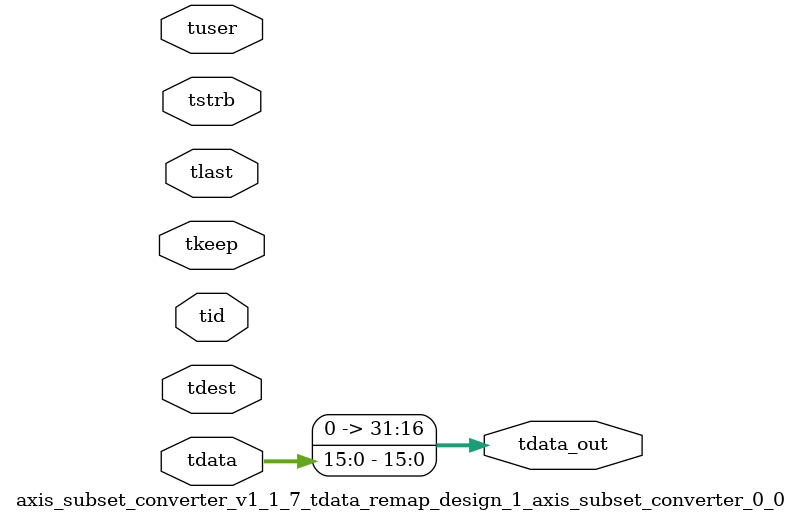
<source format=v>


`timescale 1ps/1ps

module axis_subset_converter_v1_1_7_tdata_remap_design_1_axis_subset_converter_0_0 #
(
parameter C_S_AXIS_TDATA_WIDTH = 32,
parameter C_S_AXIS_TUSER_WIDTH = 0,
parameter C_S_AXIS_TID_WIDTH   = 0,
parameter C_S_AXIS_TDEST_WIDTH = 0,
parameter C_M_AXIS_TDATA_WIDTH = 32
)
(
input  [(C_S_AXIS_TDATA_WIDTH == 0 ? 1 : C_S_AXIS_TDATA_WIDTH)-1:0     ] tdata,
input  [(C_S_AXIS_TUSER_WIDTH == 0 ? 1 : C_S_AXIS_TUSER_WIDTH)-1:0     ] tuser,
input  [(C_S_AXIS_TID_WIDTH   == 0 ? 1 : C_S_AXIS_TID_WIDTH)-1:0       ] tid,
input  [(C_S_AXIS_TDEST_WIDTH == 0 ? 1 : C_S_AXIS_TDEST_WIDTH)-1:0     ] tdest,
input  [(C_S_AXIS_TDATA_WIDTH/8)-1:0 ] tkeep,
input  [(C_S_AXIS_TDATA_WIDTH/8)-1:0 ] tstrb,
input                                                                    tlast,
output [C_M_AXIS_TDATA_WIDTH-1:0] tdata_out
);

assign tdata_out = {tdata[15:0]};

endmodule


</source>
